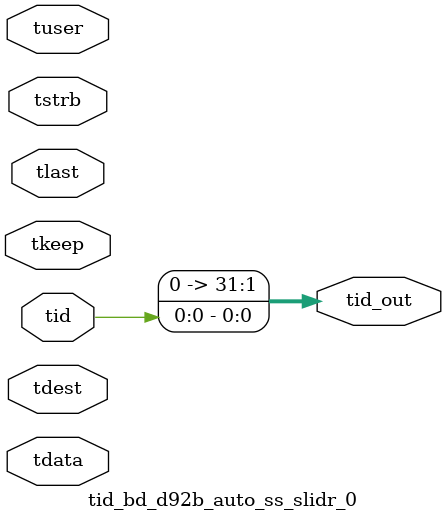
<source format=v>


`timescale 1ps/1ps

module tid_bd_d92b_auto_ss_slidr_0 #
(
parameter C_S_AXIS_TID_WIDTH   = 1,
parameter C_S_AXIS_TUSER_WIDTH = 0,
parameter C_S_AXIS_TDATA_WIDTH = 0,
parameter C_S_AXIS_TDEST_WIDTH = 0,
parameter C_M_AXIS_TID_WIDTH   = 32
)
(
input  [(C_S_AXIS_TID_WIDTH   == 0 ? 1 : C_S_AXIS_TID_WIDTH)-1:0       ] tid,
input  [(C_S_AXIS_TDATA_WIDTH == 0 ? 1 : C_S_AXIS_TDATA_WIDTH)-1:0     ] tdata,
input  [(C_S_AXIS_TUSER_WIDTH == 0 ? 1 : C_S_AXIS_TUSER_WIDTH)-1:0     ] tuser,
input  [(C_S_AXIS_TDEST_WIDTH == 0 ? 1 : C_S_AXIS_TDEST_WIDTH)-1:0     ] tdest,
input  [(C_S_AXIS_TDATA_WIDTH/8)-1:0 ] tkeep,
input  [(C_S_AXIS_TDATA_WIDTH/8)-1:0 ] tstrb,
input                                                                    tlast,
output [(C_M_AXIS_TID_WIDTH   == 0 ? 1 : C_M_AXIS_TID_WIDTH)-1:0       ] tid_out
);

assign tid_out = {tid[0:0]};

endmodule


</source>
